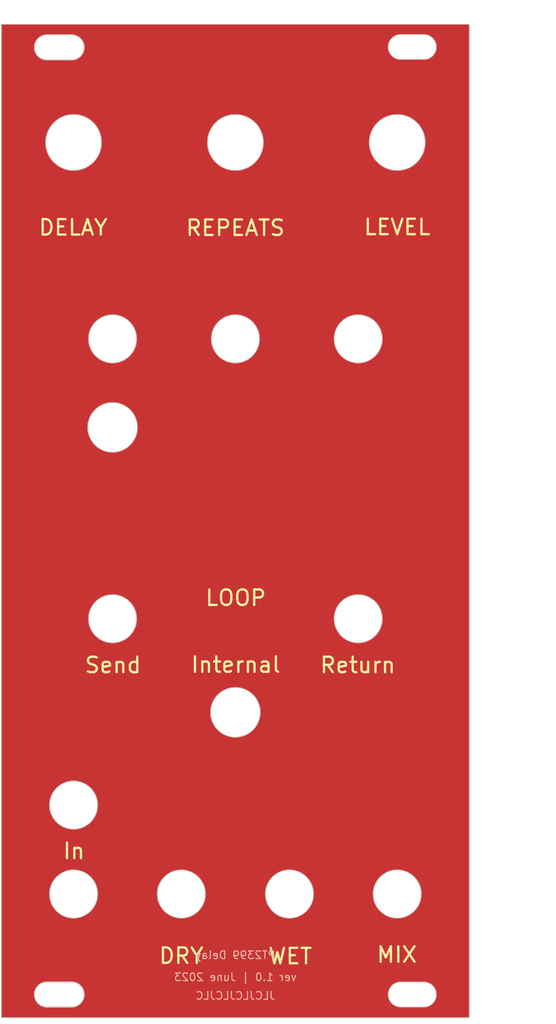
<source format=kicad_pcb>
(kicad_pcb (version 20211014) (generator pcbnew)
  (layers (0 "F.Cu" signal) (31 "B.Cu" signal) (34 "B.Paste" user) (35 "F.Paste" user) (36 "B.SilkS" user "B.Silkscreen") (37 "F.SilkS" user "F.Silkscreen") (38 "B.Mask" user) (39 "F.Mask" user) (44 "Edge.Cuts" user))
  (net 0 "")
  (footprint "Graphics:pot_scale_centre" (layer "F.Cu") (at 48.706808 56.677168)
    (fp_text reference "G***")
    (fp_text value "LOGO" hide)
  )
  (footprint "Graphics:pot_scale_centre" (layer "F.Cu") (at 90.55 56.2)
    (fp_text reference "G***")
    (fp_text value "LOGO" hide)
  )
  (footprint "Graphics:pot_scale_centre" (layer "F.Cu") (at 69.656808 56.677168)
    (fp_text reference "G***")
    (fp_text value "LOGO" hide)
  )
  (gr_line (start 45.2 164.8) (end 48.4 164.8) (layer "Edge.Cuts") (width 0.15))
  (gr_rect (start 39.3 40.9) (end 99.9 169.4) (layer "Edge.Cuts") (width 0.1) (fill none))
  (gr_circle (center 48.65 56.2) (end 52.25 56.2) (layer "Edge.Cuts") (width 0.1) (fill none))
  (gr_circle (center 90.55 56.2) (end 94.15 56.2) (layer "Edge.Cuts") (width 0.1) (fill none))
  (gr_circle (center 85.5 117.8) (end 88.6 117.8) (layer "Edge.Cuts") (width 0.1) (fill none))
  (gr_circle (center 53.7 81.6) (end 56.8 81.6) (layer "Edge.Cuts") (width 0.1) (fill none))
  (gr_circle (center 48.65 141.9) (end 51.75 141.9) (layer "Edge.Cuts") (width 0.1) (fill none))
  (gr_arc (start 48.4 42.3) (mid 50 43.9) (end 48.4 45.5) (layer "Edge.Cuts") (width 0.15))
  (gr_arc (start 91 168) (mid 89.4 166.4) (end 91 164.8) (layer "Edge.Cuts") (width 0.1))
  (gr_arc (start 94 164.8) (mid 95.6 166.4) (end 94 168) (layer "Edge.Cuts") (width 0.1))
  (gr_circle (center 53.7 93.05) (end 56.9 93.05) (layer "Edge.Cuts") (width 0.1) (fill none))
  (gr_circle (center 85.5 81.6) (end 88.6 81.6) (layer "Edge.Cuts") (width 0.1) (fill none))
  (gr_circle (center 48.65 153.4) (end 51.75 153.4) (layer "Edge.Cuts") (width 0.1) (fill none))
  (gr_line (start 48.4 168) (end 45.2 168) (layer "Edge.Cuts") (width 0.15))
  (gr_circle (center 69.6 129.9) (end 72.8 129.9) (layer "Edge.Cuts") (width 0.1) (fill none))
  (gr_line (start 48.4 45.5) (end 45.2 45.5) (layer "Edge.Cuts") (width 0.15))
  (gr_circle (center 62.6 153.4) (end 65.7 153.4) (layer "Edge.Cuts") (width 0.1) (fill none))
  (gr_circle (center 69.6 56.2) (end 73.2 56.2) (layer "Edge.Cuts") (width 0.1) (fill none))
  (gr_arc (start 45.2 45.5) (mid 43.6 43.9) (end 45.2 42.3) (layer "Edge.Cuts") (width 0.15))
  (gr_arc (start 45.2 168) (mid 43.6 166.4) (end 45.2 164.8) (layer "Edge.Cuts") (width 0.15))
  (gr_line (start 94 45.45) (end 91 45.45) (layer "Edge.Cuts") (width 0.1))
  (gr_line (start 45.2 42.3) (end 48.4 42.3) (layer "Edge.Cuts") (width 0.15))
  (gr_line (start 91 42.25) (end 94 42.25) (layer "Edge.Cuts") (width 0.1))
  (gr_arc (start 91 45.45) (mid 89.4 43.85) (end 91 42.25) (layer "Edge.Cuts") (width 0.1))
  (gr_arc (start 48.4 164.8) (mid 50 166.4) (end 48.4 168) (layer "Edge.Cuts") (width 0.15))
  (gr_line (start 91 164.8) (end 94 164.8) (layer "Edge.Cuts") (width 0.1))
  (gr_line (start 94 168) (end 91 168) (layer "Edge.Cuts") (width 0.1))
  (gr_arc (start 94 42.25) (mid 95.6 43.85) (end 94 45.45) (layer "Edge.Cuts") (width 0.1))
  (gr_circle (center 90.55 153.4) (end 93.65 153.4) (layer "Edge.Cuts") (width 0.1) (fill none))
  (gr_circle (center 69.6 81.6) (end 72.7 81.6) (layer "Edge.Cuts") (width 0.1) (fill none))
  (gr_circle (center 53.7 117.8) (end 56.8 117.8) (layer "Edge.Cuts") (width 0.1) (fill none))
  (gr_circle (center 76.6 153.4) (end 79.7 153.4) (layer "Edge.Cuts") (width 0.1) (fill none))
  (gr_text "ver 1.0 | June 2023" (at 69.6 164.15) (layer "B.SilkS") (effects (font (size 1 1)) (justify mirror)))
  (gr_text "JLCJLCJLCJLC" (at 69.6 166.55) (layer "B.SilkS") (effects (font (size 1 1)) (justify mirror)))
  (gr_text "PT2399 Delay" (at 69.6 161.3) (layer "B.SilkS") (effects (font (size 1 1)) (justify mirror)))
  (gr_text "DELAY" (at 48.6 67.2) (layer "F.SilkS") (effects (font (size 2 2) (thickness 0.3))))
  (gr_text "LOOP" (at 69.65 115.1) (layer "F.SilkS") (effects (font (size 2 2) (thickness 0.3))))
  (gr_text "In" (at 48.7 147.85) (layer "F.SilkS") (effects (font (size 2 2) (thickness 0.3))))
  (gr_text "LEVEL" (at 90.55 67.15) (layer "F.SilkS") (effects (font (size 2 2) (thickness 0.3))))
  (gr_text "WET" (at 76.7 161.45) (layer "F.SilkS") (effects (font (size 2 2) (thickness 0.3))))
  (gr_text "Send" (at 53.75 123.8) (layer "F.SilkS") (effects (font (size 2 2) (thickness 0.3))))
  (gr_text "MIX" (at 90.5 161.25) (layer "F.SilkS") (effects (font (size 2 2) (thickness 0.3))))
  (gr_text "Return" (at 85.45 123.8) (layer "F.SilkS") (effects (font (size 2 2) (thickness 0.3))))
  (gr_text "Internal" (at 69.65 123.75) (layer "F.SilkS") (effects (font (size 2 2) (thickness 0.3))))
  (gr_text "REPEATS" (at 69.6 67.25) (layer "F.SilkS") (effects (font (size 2 2) (thickness 0.3))))
  (gr_text "DRY\n" (at 62.6 161.4) (layer "F.SilkS") (effects (font (size 2 2) (thickness 0.3))))
  (zone (net 0) (net_name "") (layer "F.Cu") (connect_pads (clearance 0)) (min_thickness 0.254) (fill yes (thermal_gap 0.508) (thermal_bridge_width 0.508))
    (polygon (pts (xy 99.9 169.4) (xy 39.3 169.4) (xy 39.3 40.9) (xy 99.9 40.9)))
  )
)
</source>
